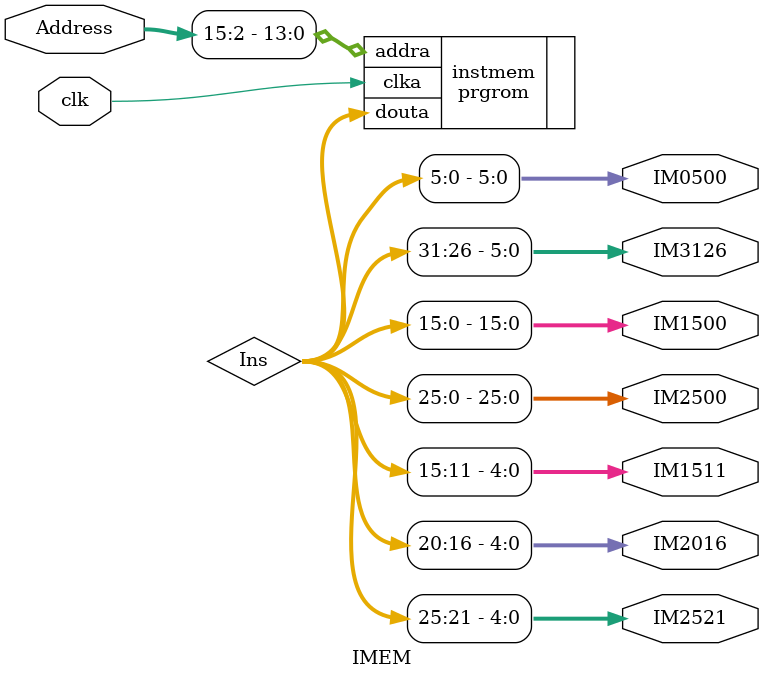
<source format=v>
`timescale 1ns / 1ps


module IMEM(
    input clk,
    input [31:0]Address,
    output [4:0] IM2521,IM2016,IM1511,
    output [25:0] IM2500,
    output [15:0] IM1500,
    output [5:0] IM3126,
    output [5:0] IM0500
    );
    //·ÖÅä 64KB ROM£¬
    wire [31:0]Ins;
    assign IM2521 = Ins[25:21];
    assign IM2016 = Ins[20:16];
    assign IM1511 = Ins[15:11];
    assign IM2500 = Ins[25:0];
    assign IM1500 = Ins[15:0];
    assign IM3126 = Ins[31:26];
    assign IM0500 = Ins[05:00];
prgrom instmem(
    .clka(clk), // input wire clka
    .addra(Address[15:2]), // input wire [13 : 0] addra
    .douta(Ins) // output wire [31 : 0] douta
);
endmodule

</source>
